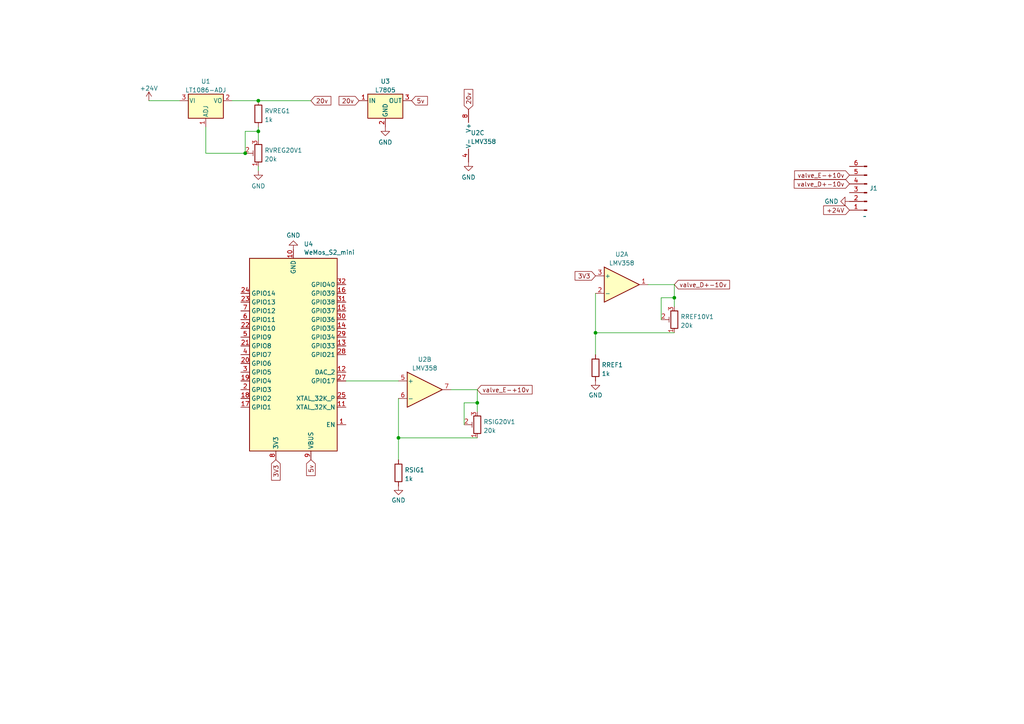
<source format=kicad_sch>
(kicad_sch (version 20231120) (generator "eeschema") (generator_version "8.0")
  (paper "A4")
  (lib_symbols
    (symbol "Amplifier_Operational:LMV358" (pin_names (offset 0.127))
      (property "Reference" "U" (at 0 5.08 0))
      (property "Value" "LMV358" (at 0 -5.08 0))
      (symbol "LMV358_1_1"
        (polyline (pts (xy -5.08 5.08) (xy 5.08 0) (xy -5.08 -5.08) (xy -5.08 5.08)) (stroke (width 0.254)) (fill (type background)))
        (pin output line (at 7.62 0 180) (length 2.54) (name "~") (number "1"))
        (pin input line (at -7.62 -2.54 0) (length 2.54) (name "-") (number "2"))
        (pin input line (at -7.62 2.54 0) (length 2.54) (name "+") (number "3"))
      )
      (symbol "LMV358_2_1"
        (polyline (pts (xy -5.08 5.08) (xy 5.08 0) (xy -5.08 -5.08) (xy -5.08 5.08)) (stroke (width 0.254)) (fill (type background)))
        (pin input line (at -7.62 2.54 0) (length 2.54) (name "+") (number "5"))
        (pin input line (at -7.62 -2.54 0) (length 2.54) (name "-") (number "6"))
        (pin output line (at 7.62 0 180) (length 2.54) (name "~") (number "7"))
      )
      (symbol "LMV358_3_1"
        (pin power_in line (at -2.54 -7.62 90) (length 3.81) (name "V-") (number "4"))
        (pin power_in line (at -2.54 7.62 270) (length 3.81) (name "V+") (number "8"))
      )
    )
    (symbol "Connector:Conn_01x06_Male" (pin_names (offset 1.016) hide)
      (property "Reference" "J" (at 0 7.62 0))
      (property "Value" "Conn_01x06_Male" (at 0 -10.16 0))
      (symbol "Conn_01x06_Male_1_1"
        (polyline (pts (xy 1.27 -7.62) (xy 0.8636 -7.62)) (stroke (width 0.1524)))
        (polyline (pts (xy 1.27 -5.08) (xy 0.8636 -5.08)) (stroke (width 0.1524)))
        (polyline (pts (xy 1.27 -2.54) (xy 0.8636 -2.54)) (stroke (width 0.1524)))
        (polyline (pts (xy 1.27 0) (xy 0.8636 0)) (stroke (width 0.1524)))
        (polyline (pts (xy 1.27 2.54) (xy 0.8636 2.54)) (stroke (width 0.1524)))
        (polyline (pts (xy 1.27 5.08) (xy 0.8636 5.08)) (stroke (width 0.1524)))
        (rectangle (start 0.8636 -7.493) (end 0 -7.747) (stroke (width 0.1524)) (fill (type outline)))
        (rectangle (start 0.8636 -4.953) (end 0 -5.207) (stroke (width 0.1524)) (fill (type outline)))
        (rectangle (start 0.8636 -2.413) (end 0 -2.667) (stroke (width 0.1524)) (fill (type outline)))
        (rectangle (start 0.8636 0.127) (end 0 -0.127) (stroke (width 0.1524)) (fill (type outline)))
        (rectangle (start 0.8636 2.667) (end 0 2.413) (stroke (width 0.1524)) (fill (type outline)))
        (rectangle (start 0.8636 5.207) (end 0 4.953) (stroke (width 0.1524)) (fill (type outline)))
        (pin passive line (at 5.08 5.08 180) (length 3.81) (name "Pin_1") (number "1"))
        (pin passive line (at 5.08 2.54 180) (length 3.81) (name "Pin_2") (number "2"))
        (pin passive line (at 5.08 0 180) (length 3.81) (name "Pin_3") (number "3"))
        (pin passive line (at 5.08 -2.54 180) (length 3.81) (name "Pin_4") (number "4"))
        (pin passive line (at 5.08 -5.08 180) (length 3.81) (name "Pin_5") (number "5"))
        (pin passive line (at 5.08 -7.62 180) (length 3.81) (name "Pin_6") (number "6"))
      )
    )
    (symbol "Device:R" (pin_numbers hide) (pin_names (offset 0))
      (property "Reference" "R" (at 2.032 0 90))
      (property "Value" "R" (at 0 0 90))
      (symbol "R_0_1"
        (rectangle (start -1.016 -2.54) (end 1.016 2.54) (stroke (width 0.254)))
      )
      (symbol "R_1_1"
        (pin passive line (at 0 3.81 270) (length 1.27) (name "~") (number "1"))
        (pin passive line (at 0 -3.81 90) (length 1.27) (name "~") (number "2"))
      )
    )
    (symbol "Device:R_Potentiometer_Trim" (pin_names (offset 1.016) hide)
      (property "Reference" "RV" (at -4.445 0 90))
      (property "Value" "R_Potentiometer_Trim" (at -2.54 0 90))
      (symbol "R_Potentiometer_Trim_0_1"
        (polyline (pts (xy 1.524 0.762) (xy 1.524 -0.762)))
        (polyline (pts (xy 2.54 0) (xy 1.524 0)))
        (rectangle (start 1.016 2.54) (end -1.016 -2.54) (stroke (width 0.254)))
      )
      (symbol "R_Potentiometer_Trim_1_1"
        (pin passive line (at 0 3.81 270) (length 1.27) (name "1") (number "1"))
        (pin passive line (at 3.81 0 180) (length 1.27) (name "2") (number "2"))
        (pin passive line (at 0 -3.81 90) (length 1.27) (name "3") (number "3"))
      )
    )
    (symbol "Regulator_Linear:L7805" (pin_names (offset 0.254))
      (property "Reference" "U" (at -3.81 3.175 0))
      (property "Value" "L7805" (at 0 3.175 0))
      (symbol "L7805_0_1"
        (rectangle (start -5.08 1.905) (end 5.08 -5.08) (stroke (width 0.254)) (fill (type background)))
      )
      (symbol "L7805_1_1"
        (pin power_in line (at -7.62 0 0) (length 2.54) (name "IN") (number "1"))
        (pin power_in line (at 0 -7.62 90) (length 2.54) (name "GND") (number "2"))
        (pin power_out line (at 7.62 0 180) (length 2.54) (name "OUT") (number "3"))
      )
    )
    (symbol "Regulator_Linear:LT1086-ADJ" (pin_names (offset 0.254))
      (property "Reference" "U" (at -3.81 3.175 0))
      (property "Value" "LT1086-ADJ" (at 0 3.175 0))
      (symbol "LT1086-ADJ_0_1"
        (rectangle (start -5.08 1.905) (end 5.08 -5.08) (stroke (width 0.254)) (fill (type background)))
      )
      (symbol "LT1086-ADJ_1_1"
        (pin input line (at 0 -7.62 90) (length 2.54) (name "ADJ") (number "1"))
        (pin power_out line (at 7.62 0 180) (length 2.54) (name "VO") (number "2"))
        (pin power_in line (at -7.62 0 0) (length 2.54) (name "VI") (number "3"))
      )
    )
    (symbol "power:+24V" (power) (pin_names (offset 0))
      (property "Value" "+24V" (at 0 3.556 0))
      (symbol "+24V_0_1"
        (polyline (pts (xy -0.762 1.27) (xy 0 2.54)))
        (polyline (pts (xy 0 0) (xy 0 2.54)))
        (polyline (pts (xy 0 2.54) (xy 0.762 1.27)))
      )
      (symbol "+24V_1_1"
        (pin power_in line (at 0 0 90) (length 0) hide (name "+24V") (number "1"))
      )
    )
    (symbol "power:GND" (power) (pin_names (offset 0))
      (property "Value" "GND" (at 0 -3.81 0))
      (symbol "GND_0_1"
        (polyline (pts (xy 0 0) (xy 0 -1.27) (xy 1.27 -1.27) (xy 0 -2.54) (xy -1.27 -1.27) (xy 0 -1.27)))
      )
      (symbol "GND_1_1"
        (pin power_in line (at 0 0 270) (length 0) hide (name "GND") (number "1"))
      )
    )
    (symbol "wemos:WeMos_S2_mini"
      (property "Reference" "U" (at 2.54 -30.48 0))
      (property "Value" "WeMos_S2_mini" (at 2.54 -33.02 0))
      (symbol "WeMos_S2_mini_1_1"
        (rectangle (start -12.7 27.94) (end 12.7 -27.94) (stroke (width 0.254)) (fill (type background)))
        (pin input line (at -15.24 20.32 0) (length 2.54) (name "EN") (number "1"))
        (pin power_in line (at 0 -30.48 90) (length 2.54) (name "GND") (number "10"))
        (pin input line (at -15.24 15.24 0) (length 2.54) (name "XTAL_32K_N") (number "11"))
        (pin output line (at -15.24 5.08 0) (length 2.54) (name "DAC_2") (number "12"))
        (pin bidirectional line (at -15.24 -2.54 0) (length 2.54) (name "GPIO33") (number "13"))
        (pin bidirectional line (at -15.24 -7.62 0) (length 2.54) (name "GPIO35") (number "14"))
        (pin bidirectional line (at -15.24 -12.7 0) (length 2.54) (name "GPIO37") (number "15"))
        (pin bidirectional line (at -15.24 -17.78 0) (length 2.54) (name "GPIO39") (number "16"))
        (pin bidirectional line (at 15.24 15.24 180) (length 2.54) (name "GPIO1") (number "17"))
        (pin bidirectional line (at 15.24 12.7 180) (length 2.54) (name "GPIO2") (number "18"))
        (pin bidirectional line (at 15.24 7.62 180) (length 2.54) (name "GPIO4") (number "19"))
        (pin bidirectional line (at 15.24 10.16 180) (length 2.54) (name "GPIO3") (number "2"))
        (pin bidirectional line (at 15.24 2.54 180) (length 2.54) (name "GPIO6") (number "20"))
        (pin bidirectional line (at 15.24 -2.54 180) (length 2.54) (name "GPIO8") (number "21"))
        (pin bidirectional line (at 15.24 -7.62 180) (length 2.54) (name "GPIO10") (number "22"))
        (pin bidirectional line (at 15.24 -15.24 180) (length 2.54) (name "GPIO13") (number "23"))
        (pin bidirectional line (at 15.24 -17.78 180) (length 2.54) (name "GPIO14") (number "24"))
        (pin output line (at -15.24 12.7 0) (length 2.54) (name "XTAL_32K_P") (number "25"))
        (pin passive line (at 0 -30.48 90) (length 2.54) hide (name "GND") (number "26"))
        (pin output line (at -15.24 7.62 0) (length 2.54) (name "DAC_1") (number "27") (alternate "" input line) (alternate "GPIO17" bidirectional line))
        (pin bidirectional line (at -15.24 0 0) (length 2.54) (name "GPIO21") (number "28"))
        (pin bidirectional line (at -15.24 -5.08 0) (length 2.54) (name "GPIO34") (number "29"))
        (pin bidirectional line (at 15.24 5.08 180) (length 2.54) (name "GPIO5") (number "3"))
        (pin bidirectional line (at -15.24 -10.16 0) (length 2.54) (name "GPIO36") (number "30"))
        (pin bidirectional line (at -15.24 -15.24 0) (length 2.54) (name "GPIO38") (number "31"))
        (pin bidirectional line (at -15.24 -20.32 0) (length 2.54) (name "GPIO40") (number "32"))
        (pin bidirectional line (at 15.24 0 180) (length 2.54) (name "GPIO7") (number "4"))
        (pin bidirectional line (at 15.24 -5.08 180) (length 2.54) (name "GPIO9") (number "5"))
        (pin bidirectional line (at 15.24 -10.16 180) (length 2.54) (name "GPIO11") (number "6"))
        (pin bidirectional line (at 15.24 -12.7 180) (length 2.54) (name "GPIO12") (number "7"))
        (pin power_out line (at 5.08 30.48 270) (length 2.54) (name "3V3") (number "8"))
        (pin power_out line (at -5.08 30.48 270) (length 2.54) (name "VBUS") (number "9"))
      )
    )
  )
  (junction (at 115.57 127))
  (junction (at 74.93 29.21))
  (junction (at 138.43 116.84))
  (junction (at 74.93 38.1))
  (junction (at 195.58 86.36))
  (junction (at 172.72 96.52))
  (junction (at 71.12 44.45))
  (wire (pts (xy 134.62 116.84) (xy 138.43 116.84)))
  (wire (pts (xy 115.57 127) (xy 115.57 115.57)))
  (wire (pts (xy 172.72 102.87) (xy 172.72 96.52)))
  (wire (pts (xy 191.77 86.36) (xy 195.58 86.36)))
  (wire (pts (xy 138.43 113.03) (xy 130.81 113.03)))
  (wire (pts (xy 100.33 110.49) (xy 115.57 110.49)))
  (wire (pts (xy 71.12 44.45) (xy 71.12 38.1)))
  (wire (pts (xy 71.12 44.45) (xy 59.69 44.45)))
  (wire (pts (xy 195.58 86.36) (xy 195.58 82.55)))
  (wire (pts (xy 138.43 119.38) (xy 138.43 116.84)))
  (wire (pts (xy 172.72 96.52) (xy 195.58 96.52)))
  (wire (pts (xy 74.93 38.1) (xy 74.93 36.83)))
  (wire (pts (xy 195.58 88.9) (xy 195.58 86.36)))
  (wire (pts (xy 74.93 40.64) (xy 74.93 38.1)))
  (wire (pts (xy 59.69 44.45) (xy 59.69 36.83)))
  (wire (pts (xy 74.93 29.21) (xy 67.31 29.21)))
  (wire (pts (xy 172.72 96.52) (xy 172.72 85.09)))
  (wire (pts (xy 134.62 123.19) (xy 134.62 116.84)))
  (wire (pts (xy 74.93 29.21) (xy 90.17 29.21)))
  (wire (pts (xy 115.57 127) (xy 138.43 127)))
  (wire (pts (xy 74.93 49.53) (xy 74.93 48.26)))
  (wire (pts (xy 71.12 38.1) (xy 74.93 38.1)))
  (wire (pts (xy 195.58 82.55) (xy 187.96 82.55)))
  (wire (pts (xy 115.57 133.35) (xy 115.57 127)))
  (wire (pts (xy 43.18 29.21) (xy 52.07 29.21)))
  (wire (pts (xy 191.77 92.71) (xy 191.77 86.36)))
  (wire (pts (xy 138.43 116.84) (xy 138.43 113.03)))
  (global_label "5v" (shape input) (at 119.38 29.21 0) (property "Intersheetrefs" "${INTERSHEET_REFS}" (effects (hide yes))))
  (global_label "valve_D+-10v" (shape input) (at 195.58 82.55 0) (property "Intersheetrefs" "${INTERSHEET_REFS}" (effects (hide yes))))
  (global_label "20v" (shape input) (at 135.89 31.75 90) (property "Intersheetrefs" "${INTERSHEET_REFS}" (effects (hide yes))))
  (global_label "3V3" (shape input) (at 80.01 133.35 270) (property "Intersheetrefs" "${INTERSHEET_REFS}" (effects (hide yes))))
  (global_label "20v" (shape input) (at 104.14 29.21 180) (property "Intersheetrefs" "${INTERSHEET_REFS}" (effects (hide yes))))
  (global_label "valve_E-+10v" (shape input) (at 246.38 50.8 180) (property "Intersheetrefs" "${INTERSHEET_REFS}" (effects (hide yes))))
  (global_label "20v" (shape input) (at 90.17 29.21 0) (property "Intersheetrefs" "${INTERSHEET_REFS}" (effects (hide yes))))
  (global_label "valve_D+-10v" (shape input) (at 246.38 53.34 180) (property "Intersheetrefs" "${INTERSHEET_REFS}" (effects (hide yes))))
  (global_label "5v" (shape input) (at 90.17 133.35 270) (property "Intersheetrefs" "${INTERSHEET_REFS}" (effects (hide yes))))
  (global_label "valve_E-+10v" (shape input) (at 138.43 113.03 0) (property "Intersheetrefs" "${INTERSHEET_REFS}" (effects (hide yes))))
  (global_label "+24V" (shape input) (at 246.38 60.96 180) (property "Intersheetrefs" "${INTERSHEET_REFS}" (effects (hide yes))))
  (global_label "3V3" (shape input) (at 172.72 80.01 180) (property "Intersheetrefs" "${INTERSHEET_REFS}" (effects (hide yes))))
  (symbol (lib_id "wemos:WeMos_S2_mini") (at 85.09 102.87 180) (unit 1)
    (property "Reference" "U4" (at 88.1065 70.7855 0) (effects (justify right)))
    (property "Value" "WeMos_S2_mini" (at 88.1065 73.2098 0) (effects (justify right)))
    (property "Footprint" "wemos:WEMOS_S2_mini" (effects (hide yes)))
    (property "Datasheet" "https://www.wemos.cc/en/latest/s2/s2_mini.html" (effects (hide yes)))
    (property "Description" "32-bit microcontroller module with WiFi" (effects (hide yes)))
    (pin "27" (alternate "GPIO17"))
  )
  (symbol (lib_id "power:GND") (at 135.89 46.99 0) (unit 1)
    (property "Reference" "#PWR0103" (effects (hide yes)))
    (property "Value" "GND" (at 135.89 51.4334 0))
  )
  (symbol (lib_id "Device:R") (at 74.93 33.02 0) (unit 1)
    (property "Reference" "RVREG1" (at 76.708 32.1853 0) (effects (justify left)))
    (property "Value" "1k" (at 76.708 34.7222 0) (effects (justify left)))
    (property "Footprint" "Resistor_SMD:R_0805_2012Metric" (effects (hide yes)))
  )
  (symbol (lib_id "Device:R_Potentiometer_Trim") (at 74.93 44.45 180) (unit 1)
    (property "Reference" "RVREG20V1" (at 76.708 43.6153 0) (effects (justify right)))
    (property "Value" "20k" (at 76.708 46.1522 0) (effects (justify right)))
    (property "Footprint" "Potentiometer_THT:Potentiometer_Bourns_3296W_Vertical" (effects (hide yes)))
  )
  (symbol (lib_id "Device:R_Potentiometer_Trim") (at 138.43 123.19 180) (unit 1)
    (property "Reference" "RSIG20V1" (at 140.208 122.3553 0) (effects (justify right)))
    (property "Value" "20k" (at 140.208 124.8922 0) (effects (justify right)))
    (property "Footprint" "Potentiometer_THT:Potentiometer_Bourns_3296W_Vertical" (effects (hide yes)))
  )
  (symbol (lib_id "Amplifier_Operational:LMV358") (at 138.43 39.37 0) (unit 3)
    (property "Reference" "U2" (at 136.525 38.5353 0) (effects (justify left)))
    (property "Value" "LMV358" (at 136.525 41.0722 0) (effects (justify left)))
    (property "Footprint" "Package_DIP:DIP-8_W7.62mm" (effects (hide yes)))
    (property "Datasheet" "http://www.ti.com/lit/ds/symlink/lmv324.pdf" (effects (hide yes)))
  )
  (symbol (lib_id "Regulator_Linear:LT1086-ADJ") (at 59.69 29.21 0) (unit 1)
    (property "Reference" "U1" (at 59.69 23.6052 0))
    (property "Value" "LT1086-ADJ" (at 59.69 26.1421 0))
    (property "Footprint" "Package_TO_SOT_THT:TO-220-3_Vertical" (effects (hide yes)))
    (property "Datasheet" "https://www.analog.com/media/en/technical-documentation/data-sheets/1086ffs.pdf" (effects (hide yes)))
  )
  (symbol (lib_id "power:GND") (at 115.57 140.97 0) (unit 1)
    (property "Reference" "#PWR04" (effects (hide yes)))
    (property "Value" "GND" (at 115.57 145.1031 0))
    (property "Description" "Power symbol creates a global label with name \"GND\" , ground" (effects (hide yes)))
  )
  (symbol (lib_id "power:GND") (at 74.93 49.53 0) (unit 1)
    (property "Reference" "#PWR0101" (effects (hide yes)))
    (property "Value" "GND" (at 74.93 53.9734 0))
  )
  (symbol (lib_id "power:+24V") (at 43.18 29.21 0) (unit 1)
    (property "Reference" "#PWR0102" (effects (hide yes)))
    (property "Value" "+24V" (at 43.18 25.6342 0))
  )
  (symbol (lib_id "Amplifier_Operational:LMV358") (at 180.34 82.55 0) (unit 1)
    (property "Reference" "U2" (at 180.34 73.7702 0))
    (property "Value" "LMV358" (at 180.34 76.3071 0))
    (property "Footprint" "Package_DIP:DIP-8_W7.62mm" (effects (hide yes)))
    (property "Datasheet" "http://www.ti.com/lit/ds/symlink/lmv324.pdf" (effects (hide yes)))
  )
  (symbol (lib_id "power:GND") (at 111.76 36.83 0) (unit 1)
    (property "Reference" "#PWR0104" (effects (hide yes)))
    (property "Value" "GND" (at 111.76 41.2734 0))
  )
  (symbol (lib_id "Amplifier_Operational:LMV358") (at 123.19 113.03 0) (unit 2)
    (property "Reference" "U2" (at 123.19 104.2502 0))
    (property "Value" "LMV358" (at 123.19 106.7871 0))
    (property "Footprint" "Package_DIP:DIP-8_W7.62mm" (effects (hide yes)))
    (property "Datasheet" "http://www.ti.com/lit/ds/symlink/lmv324.pdf" (effects (hide yes)))
  )
  (symbol (lib_id "power:GND") (at 85.09 72.39 180) (unit 1)
    (property "Reference" "#PWR01" (effects (hide yes)))
    (property "Value" "GND" (at 85.09 68.2569 0))
    (property "Description" "Power symbol creates a global label with name \"GND\" , ground" (effects (hide yes)))
  )
  (symbol (lib_id "Device:R_Potentiometer_Trim") (at 195.58 92.71 180) (unit 1)
    (property "Reference" "RREF10V1" (at 197.358 91.8753 0) (effects (justify right)))
    (property "Value" "20k" (at 197.358 94.4122 0) (effects (justify right)))
    (property "Footprint" "Potentiometer_THT:Potentiometer_Bourns_3296W_Vertical" (effects (hide yes)))
  )
  (symbol (lib_id "Regulator_Linear:L7805") (at 111.76 29.21 0) (unit 1)
    (property "Reference" "U3" (at 111.76 23.6052 0))
    (property "Value" "L7805" (at 111.76 26.1421 0))
    (property "Footprint" "Package_TO_SOT_THT:TO-220-3_Vertical" (effects (hide yes)))
    (property "Datasheet" "http://www.st.com/content/ccc/resource/technical/document/datasheet/41/4f/b3/b0/12/d4/47/88/CD00000444.pdf/files/CD00000444.pdf/jcr:content/translations/en.CD00000444.pdf" (effects (hide yes)))
  )
  (symbol (lib_id "power:GND") (at 246.38 58.42 270) (unit 1)
    (property "Reference" "#PWR03" (effects (hide yes)))
    (property "Value" "GND" (at 243.2051 58.42 90) (effects (justify right)))
    (property "Description" "Power symbol creates a global label with name \"GND\" , ground" (effects (hide yes)))
  )
  (symbol (lib_id "power:GND") (at 172.72 110.49 0) (unit 1)
    (property "Reference" "#PWR02" (effects (hide yes)))
    (property "Value" "GND" (at 172.72 114.6231 0))
    (property "Description" "Power symbol creates a global label with name \"GND\" , ground" (effects (hide yes)))
  )
  (symbol (lib_id "Device:R") (at 172.72 106.68 0) (unit 1)
    (property "Reference" "RREF1" (at 174.498 105.8453 0) (effects (justify left)))
    (property "Value" "1k" (at 174.498 108.3822 0) (effects (justify left)))
    (property "Footprint" "Resistor_SMD:R_0805_2012Metric" (effects (hide yes)))
  )
  (symbol (lib_id "Connector:Conn_01x06_Male") (at 251.46 55.88 180) (unit 1)
    (property "Reference" "J1" (at 252.1712 54.61 0) (effects (justify right)))
    (property "Value" "~" (at 250.825 62.7564 0))
    (property "Footprint" "Connector_PinSocket_2.54mm:PinSocket_1x06_P2.54mm_Vertical" (effects (hide yes)))
    (property "Description" "Generic connector, single row, 01x06, script generated (kicad-library-utils/schlib/autogen/connector/)" (effects (hide yes)))
  )
  (symbol (lib_id "Device:R") (at 115.57 137.16 0) (unit 1)
    (property "Reference" "RSIG1" (at 117.348 136.3253 0) (effects (justify left)))
    (property "Value" "1k" (at 117.348 138.8622 0) (effects (justify left)))
    (property "Footprint" "Resistor_SMD:R_0805_2012Metric" (effects (hide yes)))
  )
)
</source>
